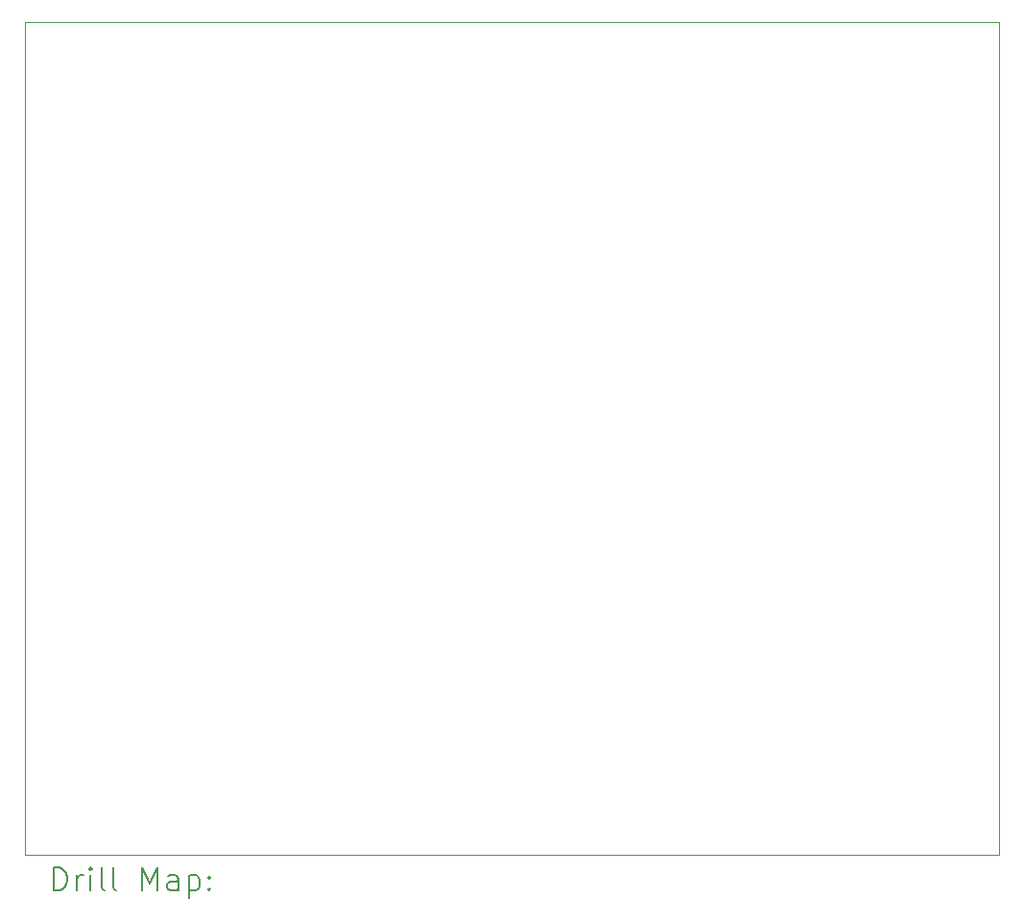
<source format=gbr>
%TF.GenerationSoftware,KiCad,Pcbnew,8.0.4-8.0.4-0~ubuntu24.04.1*%
%TF.CreationDate,2024-08-14T22:05:28+02:00*%
%TF.ProjectId,test_pcb,74657374-5f70-4636-922e-6b696361645f,rev?*%
%TF.SameCoordinates,Original*%
%TF.FileFunction,Drillmap*%
%TF.FilePolarity,Positive*%
%FSLAX45Y45*%
G04 Gerber Fmt 4.5, Leading zero omitted, Abs format (unit mm)*
G04 Created by KiCad (PCBNEW 8.0.4-8.0.4-0~ubuntu24.04.1) date 2024-08-14 22:05:28*
%MOMM*%
%LPD*%
G01*
G04 APERTURE LIST*
%ADD10C,0.050000*%
%ADD11C,0.200000*%
G04 APERTURE END LIST*
D10*
X11450000Y-6000000D02*
X20050000Y-6000000D01*
X20050000Y-13350000D01*
X11450000Y-13350000D01*
X11450000Y-6000000D01*
D11*
X11708277Y-13663984D02*
X11708277Y-13463984D01*
X11708277Y-13463984D02*
X11755896Y-13463984D01*
X11755896Y-13463984D02*
X11784467Y-13473508D01*
X11784467Y-13473508D02*
X11803515Y-13492555D01*
X11803515Y-13492555D02*
X11813039Y-13511603D01*
X11813039Y-13511603D02*
X11822562Y-13549698D01*
X11822562Y-13549698D02*
X11822562Y-13578269D01*
X11822562Y-13578269D02*
X11813039Y-13616365D01*
X11813039Y-13616365D02*
X11803515Y-13635412D01*
X11803515Y-13635412D02*
X11784467Y-13654460D01*
X11784467Y-13654460D02*
X11755896Y-13663984D01*
X11755896Y-13663984D02*
X11708277Y-13663984D01*
X11908277Y-13663984D02*
X11908277Y-13530650D01*
X11908277Y-13568746D02*
X11917801Y-13549698D01*
X11917801Y-13549698D02*
X11927324Y-13540174D01*
X11927324Y-13540174D02*
X11946372Y-13530650D01*
X11946372Y-13530650D02*
X11965420Y-13530650D01*
X12032086Y-13663984D02*
X12032086Y-13530650D01*
X12032086Y-13463984D02*
X12022562Y-13473508D01*
X12022562Y-13473508D02*
X12032086Y-13483031D01*
X12032086Y-13483031D02*
X12041610Y-13473508D01*
X12041610Y-13473508D02*
X12032086Y-13463984D01*
X12032086Y-13463984D02*
X12032086Y-13483031D01*
X12155896Y-13663984D02*
X12136848Y-13654460D01*
X12136848Y-13654460D02*
X12127324Y-13635412D01*
X12127324Y-13635412D02*
X12127324Y-13463984D01*
X12260658Y-13663984D02*
X12241610Y-13654460D01*
X12241610Y-13654460D02*
X12232086Y-13635412D01*
X12232086Y-13635412D02*
X12232086Y-13463984D01*
X12489229Y-13663984D02*
X12489229Y-13463984D01*
X12489229Y-13463984D02*
X12555896Y-13606841D01*
X12555896Y-13606841D02*
X12622562Y-13463984D01*
X12622562Y-13463984D02*
X12622562Y-13663984D01*
X12803515Y-13663984D02*
X12803515Y-13559222D01*
X12803515Y-13559222D02*
X12793991Y-13540174D01*
X12793991Y-13540174D02*
X12774943Y-13530650D01*
X12774943Y-13530650D02*
X12736848Y-13530650D01*
X12736848Y-13530650D02*
X12717801Y-13540174D01*
X12803515Y-13654460D02*
X12784467Y-13663984D01*
X12784467Y-13663984D02*
X12736848Y-13663984D01*
X12736848Y-13663984D02*
X12717801Y-13654460D01*
X12717801Y-13654460D02*
X12708277Y-13635412D01*
X12708277Y-13635412D02*
X12708277Y-13616365D01*
X12708277Y-13616365D02*
X12717801Y-13597317D01*
X12717801Y-13597317D02*
X12736848Y-13587793D01*
X12736848Y-13587793D02*
X12784467Y-13587793D01*
X12784467Y-13587793D02*
X12803515Y-13578269D01*
X12898753Y-13530650D02*
X12898753Y-13730650D01*
X12898753Y-13540174D02*
X12917801Y-13530650D01*
X12917801Y-13530650D02*
X12955896Y-13530650D01*
X12955896Y-13530650D02*
X12974943Y-13540174D01*
X12974943Y-13540174D02*
X12984467Y-13549698D01*
X12984467Y-13549698D02*
X12993991Y-13568746D01*
X12993991Y-13568746D02*
X12993991Y-13625888D01*
X12993991Y-13625888D02*
X12984467Y-13644936D01*
X12984467Y-13644936D02*
X12974943Y-13654460D01*
X12974943Y-13654460D02*
X12955896Y-13663984D01*
X12955896Y-13663984D02*
X12917801Y-13663984D01*
X12917801Y-13663984D02*
X12898753Y-13654460D01*
X13079705Y-13644936D02*
X13089229Y-13654460D01*
X13089229Y-13654460D02*
X13079705Y-13663984D01*
X13079705Y-13663984D02*
X13070182Y-13654460D01*
X13070182Y-13654460D02*
X13079705Y-13644936D01*
X13079705Y-13644936D02*
X13079705Y-13663984D01*
X13079705Y-13540174D02*
X13089229Y-13549698D01*
X13089229Y-13549698D02*
X13079705Y-13559222D01*
X13079705Y-13559222D02*
X13070182Y-13549698D01*
X13070182Y-13549698D02*
X13079705Y-13540174D01*
X13079705Y-13540174D02*
X13079705Y-13559222D01*
M02*

</source>
